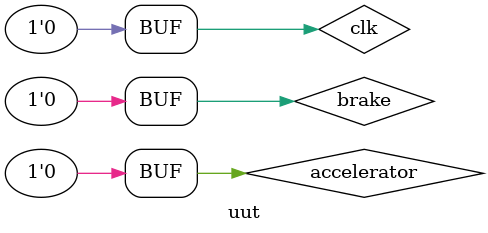
<source format=v>
`timescale 1ns / 1ps


module uut;

	// Inputs
	reg accelerator;
	reg brake;
	reg clk;

	// Outputs
	wire [1:0] speed;

	// Instantiate the Unit Under Test (UUT)
	car_ctrl uut (
		.accelerator(accelerator), 
		.brake(brake), 
		.clk(clk), 
		.speed(speed)
	);

	initial begin
		// Initialize Inputs
		accelerator = 0;
		brake = 0;
		clk = 0;

		// Wait 100 ns for global reset to finish
		#100;
        
		// Add stimulus here

	end
      
endmodule


</source>
